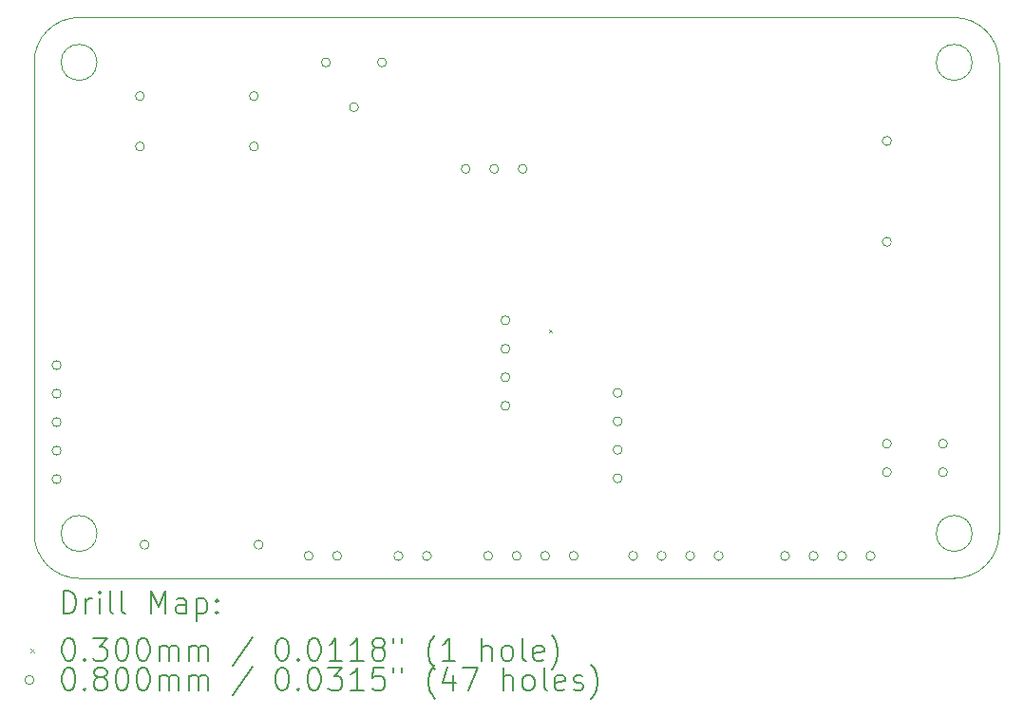
<source format=gbr>
%TF.GenerationSoftware,KiCad,Pcbnew,7.0.11+dfsg-1build4*%
%TF.CreationDate,2024-10-09T07:19:36+02:00*%
%TF.ProjectId,BertheVarioTac-Shema,42657274-6865-4566-9172-696f5461632d,rev?*%
%TF.SameCoordinates,Original*%
%TF.FileFunction,Drillmap*%
%TF.FilePolarity,Positive*%
%FSLAX45Y45*%
G04 Gerber Fmt 4.5, Leading zero omitted, Abs format (unit mm)*
G04 Created by KiCad (PCBNEW 7.0.11+dfsg-1build4) date 2024-10-09 07:19:36*
%MOMM*%
%LPD*%
G01*
G04 APERTURE LIST*
%ADD10C,0.050000*%
%ADD11C,0.200000*%
%ADD12C,0.100000*%
G04 APERTURE END LIST*
D10*
X17400000Y-14200000D02*
G75*
G03*
X17800000Y-13800000I0J400000D01*
G01*
X17560000Y-9600000D02*
G75*
G03*
X17240000Y-9600000I-160000J0D01*
G01*
X17240000Y-9600000D02*
G75*
G03*
X17560000Y-9600000I160000J0D01*
G01*
X17400000Y-14200000D02*
X9600000Y-14200000D01*
X9600000Y-9200000D02*
X17400000Y-9200000D01*
X9760000Y-13800000D02*
G75*
G03*
X9440000Y-13800000I-160000J0D01*
G01*
X9440000Y-13800000D02*
G75*
G03*
X9760000Y-13800000I160000J0D01*
G01*
X9600000Y-9200000D02*
G75*
G03*
X9200000Y-9600000I0J-400000D01*
G01*
X9200000Y-13800000D02*
G75*
G03*
X9600000Y-14200000I400000J0D01*
G01*
X9200000Y-13800000D02*
X9200000Y-9600000D01*
X17800000Y-9600000D02*
G75*
G03*
X17400000Y-9200000I-400000J0D01*
G01*
X9760000Y-9600000D02*
G75*
G03*
X9440000Y-9600000I-160000J0D01*
G01*
X9440000Y-9600000D02*
G75*
G03*
X9760000Y-9600000I160000J0D01*
G01*
X17560000Y-13800000D02*
G75*
G03*
X17240000Y-13800000I-160000J0D01*
G01*
X17240000Y-13800000D02*
G75*
G03*
X17560000Y-13800000I160000J0D01*
G01*
X17800000Y-9600000D02*
X17800000Y-13800000D01*
D11*
D12*
X13788280Y-11980250D02*
X13818280Y-12010250D01*
X13818280Y-11980250D02*
X13788280Y-12010250D01*
X9440000Y-12300000D02*
G75*
G03*
X9360000Y-12300000I-40000J0D01*
G01*
X9360000Y-12300000D02*
G75*
G03*
X9440000Y-12300000I40000J0D01*
G01*
X9440000Y-12554000D02*
G75*
G03*
X9360000Y-12554000I-40000J0D01*
G01*
X9360000Y-12554000D02*
G75*
G03*
X9440000Y-12554000I40000J0D01*
G01*
X9440000Y-12808000D02*
G75*
G03*
X9360000Y-12808000I-40000J0D01*
G01*
X9360000Y-12808000D02*
G75*
G03*
X9440000Y-12808000I40000J0D01*
G01*
X9440000Y-13062000D02*
G75*
G03*
X9360000Y-13062000I-40000J0D01*
G01*
X9360000Y-13062000D02*
G75*
G03*
X9440000Y-13062000I40000J0D01*
G01*
X9440000Y-13316000D02*
G75*
G03*
X9360000Y-13316000I-40000J0D01*
G01*
X9360000Y-13316000D02*
G75*
G03*
X9440000Y-13316000I40000J0D01*
G01*
X10182000Y-9900000D02*
G75*
G03*
X10102000Y-9900000I-40000J0D01*
G01*
X10102000Y-9900000D02*
G75*
G03*
X10182000Y-9900000I40000J0D01*
G01*
X10182000Y-10350000D02*
G75*
G03*
X10102000Y-10350000I-40000J0D01*
G01*
X10102000Y-10350000D02*
G75*
G03*
X10182000Y-10350000I40000J0D01*
G01*
X10224000Y-13900000D02*
G75*
G03*
X10144000Y-13900000I-40000J0D01*
G01*
X10144000Y-13900000D02*
G75*
G03*
X10224000Y-13900000I40000J0D01*
G01*
X11198000Y-9900000D02*
G75*
G03*
X11118000Y-9900000I-40000J0D01*
G01*
X11118000Y-9900000D02*
G75*
G03*
X11198000Y-9900000I40000J0D01*
G01*
X11198000Y-10350000D02*
G75*
G03*
X11118000Y-10350000I-40000J0D01*
G01*
X11118000Y-10350000D02*
G75*
G03*
X11198000Y-10350000I40000J0D01*
G01*
X11240000Y-13900000D02*
G75*
G03*
X11160000Y-13900000I-40000J0D01*
G01*
X11160000Y-13900000D02*
G75*
G03*
X11240000Y-13900000I40000J0D01*
G01*
X11686000Y-14000000D02*
G75*
G03*
X11606000Y-14000000I-40000J0D01*
G01*
X11606000Y-14000000D02*
G75*
G03*
X11686000Y-14000000I40000J0D01*
G01*
X11840000Y-9600000D02*
G75*
G03*
X11760000Y-9600000I-40000J0D01*
G01*
X11760000Y-9600000D02*
G75*
G03*
X11840000Y-9600000I40000J0D01*
G01*
X11940000Y-14000000D02*
G75*
G03*
X11860000Y-14000000I-40000J0D01*
G01*
X11860000Y-14000000D02*
G75*
G03*
X11940000Y-14000000I40000J0D01*
G01*
X12090000Y-10000000D02*
G75*
G03*
X12010000Y-10000000I-40000J0D01*
G01*
X12010000Y-10000000D02*
G75*
G03*
X12090000Y-10000000I40000J0D01*
G01*
X12340000Y-9600000D02*
G75*
G03*
X12260000Y-9600000I-40000J0D01*
G01*
X12260000Y-9600000D02*
G75*
G03*
X12340000Y-9600000I40000J0D01*
G01*
X12486000Y-14000000D02*
G75*
G03*
X12406000Y-14000000I-40000J0D01*
G01*
X12406000Y-14000000D02*
G75*
G03*
X12486000Y-14000000I40000J0D01*
G01*
X12740000Y-14000000D02*
G75*
G03*
X12660000Y-14000000I-40000J0D01*
G01*
X12660000Y-14000000D02*
G75*
G03*
X12740000Y-14000000I40000J0D01*
G01*
X13086000Y-10550000D02*
G75*
G03*
X13006000Y-10550000I-40000J0D01*
G01*
X13006000Y-10550000D02*
G75*
G03*
X13086000Y-10550000I40000J0D01*
G01*
X13286000Y-14000000D02*
G75*
G03*
X13206000Y-14000000I-40000J0D01*
G01*
X13206000Y-14000000D02*
G75*
G03*
X13286000Y-14000000I40000J0D01*
G01*
X13340000Y-10550000D02*
G75*
G03*
X13260000Y-10550000I-40000J0D01*
G01*
X13260000Y-10550000D02*
G75*
G03*
X13340000Y-10550000I40000J0D01*
G01*
X13440000Y-11900000D02*
G75*
G03*
X13360000Y-11900000I-40000J0D01*
G01*
X13360000Y-11900000D02*
G75*
G03*
X13440000Y-11900000I40000J0D01*
G01*
X13440000Y-12154000D02*
G75*
G03*
X13360000Y-12154000I-40000J0D01*
G01*
X13360000Y-12154000D02*
G75*
G03*
X13440000Y-12154000I40000J0D01*
G01*
X13440000Y-12408000D02*
G75*
G03*
X13360000Y-12408000I-40000J0D01*
G01*
X13360000Y-12408000D02*
G75*
G03*
X13440000Y-12408000I40000J0D01*
G01*
X13440000Y-12662000D02*
G75*
G03*
X13360000Y-12662000I-40000J0D01*
G01*
X13360000Y-12662000D02*
G75*
G03*
X13440000Y-12662000I40000J0D01*
G01*
X13540000Y-14000000D02*
G75*
G03*
X13460000Y-14000000I-40000J0D01*
G01*
X13460000Y-14000000D02*
G75*
G03*
X13540000Y-14000000I40000J0D01*
G01*
X13594000Y-10550000D02*
G75*
G03*
X13514000Y-10550000I-40000J0D01*
G01*
X13514000Y-10550000D02*
G75*
G03*
X13594000Y-10550000I40000J0D01*
G01*
X13794000Y-14000000D02*
G75*
G03*
X13714000Y-14000000I-40000J0D01*
G01*
X13714000Y-14000000D02*
G75*
G03*
X13794000Y-14000000I40000J0D01*
G01*
X14048000Y-14000000D02*
G75*
G03*
X13968000Y-14000000I-40000J0D01*
G01*
X13968000Y-14000000D02*
G75*
G03*
X14048000Y-14000000I40000J0D01*
G01*
X14440000Y-12546000D02*
G75*
G03*
X14360000Y-12546000I-40000J0D01*
G01*
X14360000Y-12546000D02*
G75*
G03*
X14440000Y-12546000I40000J0D01*
G01*
X14440000Y-12800000D02*
G75*
G03*
X14360000Y-12800000I-40000J0D01*
G01*
X14360000Y-12800000D02*
G75*
G03*
X14440000Y-12800000I40000J0D01*
G01*
X14440000Y-13054000D02*
G75*
G03*
X14360000Y-13054000I-40000J0D01*
G01*
X14360000Y-13054000D02*
G75*
G03*
X14440000Y-13054000I40000J0D01*
G01*
X14440000Y-13308000D02*
G75*
G03*
X14360000Y-13308000I-40000J0D01*
G01*
X14360000Y-13308000D02*
G75*
G03*
X14440000Y-13308000I40000J0D01*
G01*
X14578000Y-14000000D02*
G75*
G03*
X14498000Y-14000000I-40000J0D01*
G01*
X14498000Y-14000000D02*
G75*
G03*
X14578000Y-14000000I40000J0D01*
G01*
X14832000Y-14000000D02*
G75*
G03*
X14752000Y-14000000I-40000J0D01*
G01*
X14752000Y-14000000D02*
G75*
G03*
X14832000Y-14000000I40000J0D01*
G01*
X15086000Y-14000000D02*
G75*
G03*
X15006000Y-14000000I-40000J0D01*
G01*
X15006000Y-14000000D02*
G75*
G03*
X15086000Y-14000000I40000J0D01*
G01*
X15340000Y-14000000D02*
G75*
G03*
X15260000Y-14000000I-40000J0D01*
G01*
X15260000Y-14000000D02*
G75*
G03*
X15340000Y-14000000I40000J0D01*
G01*
X15932000Y-14000000D02*
G75*
G03*
X15852000Y-14000000I-40000J0D01*
G01*
X15852000Y-14000000D02*
G75*
G03*
X15932000Y-14000000I40000J0D01*
G01*
X16186000Y-14000000D02*
G75*
G03*
X16106000Y-14000000I-40000J0D01*
G01*
X16106000Y-14000000D02*
G75*
G03*
X16186000Y-14000000I40000J0D01*
G01*
X16440000Y-14000000D02*
G75*
G03*
X16360000Y-14000000I-40000J0D01*
G01*
X16360000Y-14000000D02*
G75*
G03*
X16440000Y-14000000I40000J0D01*
G01*
X16694000Y-14000000D02*
G75*
G03*
X16614000Y-14000000I-40000J0D01*
G01*
X16614000Y-14000000D02*
G75*
G03*
X16694000Y-14000000I40000J0D01*
G01*
X16840000Y-10300000D02*
G75*
G03*
X16760000Y-10300000I-40000J0D01*
G01*
X16760000Y-10300000D02*
G75*
G03*
X16840000Y-10300000I40000J0D01*
G01*
X16840000Y-11200000D02*
G75*
G03*
X16760000Y-11200000I-40000J0D01*
G01*
X16760000Y-11200000D02*
G75*
G03*
X16840000Y-11200000I40000J0D01*
G01*
X16840000Y-13000000D02*
G75*
G03*
X16760000Y-13000000I-40000J0D01*
G01*
X16760000Y-13000000D02*
G75*
G03*
X16840000Y-13000000I40000J0D01*
G01*
X16840000Y-13254000D02*
G75*
G03*
X16760000Y-13254000I-40000J0D01*
G01*
X16760000Y-13254000D02*
G75*
G03*
X16840000Y-13254000I40000J0D01*
G01*
X17340000Y-13000000D02*
G75*
G03*
X17260000Y-13000000I-40000J0D01*
G01*
X17260000Y-13000000D02*
G75*
G03*
X17340000Y-13000000I40000J0D01*
G01*
X17340000Y-13254000D02*
G75*
G03*
X17260000Y-13254000I-40000J0D01*
G01*
X17260000Y-13254000D02*
G75*
G03*
X17340000Y-13254000I40000J0D01*
G01*
D11*
X9458277Y-14513984D02*
X9458277Y-14313984D01*
X9458277Y-14313984D02*
X9505896Y-14313984D01*
X9505896Y-14313984D02*
X9534467Y-14323508D01*
X9534467Y-14323508D02*
X9553515Y-14342555D01*
X9553515Y-14342555D02*
X9563039Y-14361603D01*
X9563039Y-14361603D02*
X9572563Y-14399698D01*
X9572563Y-14399698D02*
X9572563Y-14428269D01*
X9572563Y-14428269D02*
X9563039Y-14466365D01*
X9563039Y-14466365D02*
X9553515Y-14485412D01*
X9553515Y-14485412D02*
X9534467Y-14504460D01*
X9534467Y-14504460D02*
X9505896Y-14513984D01*
X9505896Y-14513984D02*
X9458277Y-14513984D01*
X9658277Y-14513984D02*
X9658277Y-14380650D01*
X9658277Y-14418746D02*
X9667801Y-14399698D01*
X9667801Y-14399698D02*
X9677324Y-14390174D01*
X9677324Y-14390174D02*
X9696372Y-14380650D01*
X9696372Y-14380650D02*
X9715420Y-14380650D01*
X9782086Y-14513984D02*
X9782086Y-14380650D01*
X9782086Y-14313984D02*
X9772563Y-14323508D01*
X9772563Y-14323508D02*
X9782086Y-14333031D01*
X9782086Y-14333031D02*
X9791610Y-14323508D01*
X9791610Y-14323508D02*
X9782086Y-14313984D01*
X9782086Y-14313984D02*
X9782086Y-14333031D01*
X9905896Y-14513984D02*
X9886848Y-14504460D01*
X9886848Y-14504460D02*
X9877324Y-14485412D01*
X9877324Y-14485412D02*
X9877324Y-14313984D01*
X10010658Y-14513984D02*
X9991610Y-14504460D01*
X9991610Y-14504460D02*
X9982086Y-14485412D01*
X9982086Y-14485412D02*
X9982086Y-14313984D01*
X10239229Y-14513984D02*
X10239229Y-14313984D01*
X10239229Y-14313984D02*
X10305896Y-14456841D01*
X10305896Y-14456841D02*
X10372563Y-14313984D01*
X10372563Y-14313984D02*
X10372563Y-14513984D01*
X10553515Y-14513984D02*
X10553515Y-14409222D01*
X10553515Y-14409222D02*
X10543991Y-14390174D01*
X10543991Y-14390174D02*
X10524944Y-14380650D01*
X10524944Y-14380650D02*
X10486848Y-14380650D01*
X10486848Y-14380650D02*
X10467801Y-14390174D01*
X10553515Y-14504460D02*
X10534467Y-14513984D01*
X10534467Y-14513984D02*
X10486848Y-14513984D01*
X10486848Y-14513984D02*
X10467801Y-14504460D01*
X10467801Y-14504460D02*
X10458277Y-14485412D01*
X10458277Y-14485412D02*
X10458277Y-14466365D01*
X10458277Y-14466365D02*
X10467801Y-14447317D01*
X10467801Y-14447317D02*
X10486848Y-14437793D01*
X10486848Y-14437793D02*
X10534467Y-14437793D01*
X10534467Y-14437793D02*
X10553515Y-14428269D01*
X10648753Y-14380650D02*
X10648753Y-14580650D01*
X10648753Y-14390174D02*
X10667801Y-14380650D01*
X10667801Y-14380650D02*
X10705896Y-14380650D01*
X10705896Y-14380650D02*
X10724944Y-14390174D01*
X10724944Y-14390174D02*
X10734467Y-14399698D01*
X10734467Y-14399698D02*
X10743991Y-14418746D01*
X10743991Y-14418746D02*
X10743991Y-14475888D01*
X10743991Y-14475888D02*
X10734467Y-14494936D01*
X10734467Y-14494936D02*
X10724944Y-14504460D01*
X10724944Y-14504460D02*
X10705896Y-14513984D01*
X10705896Y-14513984D02*
X10667801Y-14513984D01*
X10667801Y-14513984D02*
X10648753Y-14504460D01*
X10829705Y-14494936D02*
X10839229Y-14504460D01*
X10839229Y-14504460D02*
X10829705Y-14513984D01*
X10829705Y-14513984D02*
X10820182Y-14504460D01*
X10820182Y-14504460D02*
X10829705Y-14494936D01*
X10829705Y-14494936D02*
X10829705Y-14513984D01*
X10829705Y-14390174D02*
X10839229Y-14399698D01*
X10839229Y-14399698D02*
X10829705Y-14409222D01*
X10829705Y-14409222D02*
X10820182Y-14399698D01*
X10820182Y-14399698D02*
X10829705Y-14390174D01*
X10829705Y-14390174D02*
X10829705Y-14409222D01*
D12*
X9167500Y-14827500D02*
X9197500Y-14857500D01*
X9197500Y-14827500D02*
X9167500Y-14857500D01*
D11*
X9496372Y-14733984D02*
X9515420Y-14733984D01*
X9515420Y-14733984D02*
X9534467Y-14743508D01*
X9534467Y-14743508D02*
X9543991Y-14753031D01*
X9543991Y-14753031D02*
X9553515Y-14772079D01*
X9553515Y-14772079D02*
X9563039Y-14810174D01*
X9563039Y-14810174D02*
X9563039Y-14857793D01*
X9563039Y-14857793D02*
X9553515Y-14895888D01*
X9553515Y-14895888D02*
X9543991Y-14914936D01*
X9543991Y-14914936D02*
X9534467Y-14924460D01*
X9534467Y-14924460D02*
X9515420Y-14933984D01*
X9515420Y-14933984D02*
X9496372Y-14933984D01*
X9496372Y-14933984D02*
X9477324Y-14924460D01*
X9477324Y-14924460D02*
X9467801Y-14914936D01*
X9467801Y-14914936D02*
X9458277Y-14895888D01*
X9458277Y-14895888D02*
X9448753Y-14857793D01*
X9448753Y-14857793D02*
X9448753Y-14810174D01*
X9448753Y-14810174D02*
X9458277Y-14772079D01*
X9458277Y-14772079D02*
X9467801Y-14753031D01*
X9467801Y-14753031D02*
X9477324Y-14743508D01*
X9477324Y-14743508D02*
X9496372Y-14733984D01*
X9648753Y-14914936D02*
X9658277Y-14924460D01*
X9658277Y-14924460D02*
X9648753Y-14933984D01*
X9648753Y-14933984D02*
X9639229Y-14924460D01*
X9639229Y-14924460D02*
X9648753Y-14914936D01*
X9648753Y-14914936D02*
X9648753Y-14933984D01*
X9724944Y-14733984D02*
X9848753Y-14733984D01*
X9848753Y-14733984D02*
X9782086Y-14810174D01*
X9782086Y-14810174D02*
X9810658Y-14810174D01*
X9810658Y-14810174D02*
X9829705Y-14819698D01*
X9829705Y-14819698D02*
X9839229Y-14829222D01*
X9839229Y-14829222D02*
X9848753Y-14848269D01*
X9848753Y-14848269D02*
X9848753Y-14895888D01*
X9848753Y-14895888D02*
X9839229Y-14914936D01*
X9839229Y-14914936D02*
X9829705Y-14924460D01*
X9829705Y-14924460D02*
X9810658Y-14933984D01*
X9810658Y-14933984D02*
X9753515Y-14933984D01*
X9753515Y-14933984D02*
X9734467Y-14924460D01*
X9734467Y-14924460D02*
X9724944Y-14914936D01*
X9972563Y-14733984D02*
X9991610Y-14733984D01*
X9991610Y-14733984D02*
X10010658Y-14743508D01*
X10010658Y-14743508D02*
X10020182Y-14753031D01*
X10020182Y-14753031D02*
X10029705Y-14772079D01*
X10029705Y-14772079D02*
X10039229Y-14810174D01*
X10039229Y-14810174D02*
X10039229Y-14857793D01*
X10039229Y-14857793D02*
X10029705Y-14895888D01*
X10029705Y-14895888D02*
X10020182Y-14914936D01*
X10020182Y-14914936D02*
X10010658Y-14924460D01*
X10010658Y-14924460D02*
X9991610Y-14933984D01*
X9991610Y-14933984D02*
X9972563Y-14933984D01*
X9972563Y-14933984D02*
X9953515Y-14924460D01*
X9953515Y-14924460D02*
X9943991Y-14914936D01*
X9943991Y-14914936D02*
X9934467Y-14895888D01*
X9934467Y-14895888D02*
X9924944Y-14857793D01*
X9924944Y-14857793D02*
X9924944Y-14810174D01*
X9924944Y-14810174D02*
X9934467Y-14772079D01*
X9934467Y-14772079D02*
X9943991Y-14753031D01*
X9943991Y-14753031D02*
X9953515Y-14743508D01*
X9953515Y-14743508D02*
X9972563Y-14733984D01*
X10163039Y-14733984D02*
X10182086Y-14733984D01*
X10182086Y-14733984D02*
X10201134Y-14743508D01*
X10201134Y-14743508D02*
X10210658Y-14753031D01*
X10210658Y-14753031D02*
X10220182Y-14772079D01*
X10220182Y-14772079D02*
X10229705Y-14810174D01*
X10229705Y-14810174D02*
X10229705Y-14857793D01*
X10229705Y-14857793D02*
X10220182Y-14895888D01*
X10220182Y-14895888D02*
X10210658Y-14914936D01*
X10210658Y-14914936D02*
X10201134Y-14924460D01*
X10201134Y-14924460D02*
X10182086Y-14933984D01*
X10182086Y-14933984D02*
X10163039Y-14933984D01*
X10163039Y-14933984D02*
X10143991Y-14924460D01*
X10143991Y-14924460D02*
X10134467Y-14914936D01*
X10134467Y-14914936D02*
X10124944Y-14895888D01*
X10124944Y-14895888D02*
X10115420Y-14857793D01*
X10115420Y-14857793D02*
X10115420Y-14810174D01*
X10115420Y-14810174D02*
X10124944Y-14772079D01*
X10124944Y-14772079D02*
X10134467Y-14753031D01*
X10134467Y-14753031D02*
X10143991Y-14743508D01*
X10143991Y-14743508D02*
X10163039Y-14733984D01*
X10315420Y-14933984D02*
X10315420Y-14800650D01*
X10315420Y-14819698D02*
X10324944Y-14810174D01*
X10324944Y-14810174D02*
X10343991Y-14800650D01*
X10343991Y-14800650D02*
X10372563Y-14800650D01*
X10372563Y-14800650D02*
X10391610Y-14810174D01*
X10391610Y-14810174D02*
X10401134Y-14829222D01*
X10401134Y-14829222D02*
X10401134Y-14933984D01*
X10401134Y-14829222D02*
X10410658Y-14810174D01*
X10410658Y-14810174D02*
X10429705Y-14800650D01*
X10429705Y-14800650D02*
X10458277Y-14800650D01*
X10458277Y-14800650D02*
X10477325Y-14810174D01*
X10477325Y-14810174D02*
X10486848Y-14829222D01*
X10486848Y-14829222D02*
X10486848Y-14933984D01*
X10582086Y-14933984D02*
X10582086Y-14800650D01*
X10582086Y-14819698D02*
X10591610Y-14810174D01*
X10591610Y-14810174D02*
X10610658Y-14800650D01*
X10610658Y-14800650D02*
X10639229Y-14800650D01*
X10639229Y-14800650D02*
X10658277Y-14810174D01*
X10658277Y-14810174D02*
X10667801Y-14829222D01*
X10667801Y-14829222D02*
X10667801Y-14933984D01*
X10667801Y-14829222D02*
X10677325Y-14810174D01*
X10677325Y-14810174D02*
X10696372Y-14800650D01*
X10696372Y-14800650D02*
X10724944Y-14800650D01*
X10724944Y-14800650D02*
X10743991Y-14810174D01*
X10743991Y-14810174D02*
X10753515Y-14829222D01*
X10753515Y-14829222D02*
X10753515Y-14933984D01*
X11143991Y-14724460D02*
X10972563Y-14981603D01*
X11401134Y-14733984D02*
X11420182Y-14733984D01*
X11420182Y-14733984D02*
X11439229Y-14743508D01*
X11439229Y-14743508D02*
X11448753Y-14753031D01*
X11448753Y-14753031D02*
X11458277Y-14772079D01*
X11458277Y-14772079D02*
X11467801Y-14810174D01*
X11467801Y-14810174D02*
X11467801Y-14857793D01*
X11467801Y-14857793D02*
X11458277Y-14895888D01*
X11458277Y-14895888D02*
X11448753Y-14914936D01*
X11448753Y-14914936D02*
X11439229Y-14924460D01*
X11439229Y-14924460D02*
X11420182Y-14933984D01*
X11420182Y-14933984D02*
X11401134Y-14933984D01*
X11401134Y-14933984D02*
X11382086Y-14924460D01*
X11382086Y-14924460D02*
X11372563Y-14914936D01*
X11372563Y-14914936D02*
X11363039Y-14895888D01*
X11363039Y-14895888D02*
X11353515Y-14857793D01*
X11353515Y-14857793D02*
X11353515Y-14810174D01*
X11353515Y-14810174D02*
X11363039Y-14772079D01*
X11363039Y-14772079D02*
X11372563Y-14753031D01*
X11372563Y-14753031D02*
X11382086Y-14743508D01*
X11382086Y-14743508D02*
X11401134Y-14733984D01*
X11553515Y-14914936D02*
X11563039Y-14924460D01*
X11563039Y-14924460D02*
X11553515Y-14933984D01*
X11553515Y-14933984D02*
X11543991Y-14924460D01*
X11543991Y-14924460D02*
X11553515Y-14914936D01*
X11553515Y-14914936D02*
X11553515Y-14933984D01*
X11686848Y-14733984D02*
X11705896Y-14733984D01*
X11705896Y-14733984D02*
X11724944Y-14743508D01*
X11724944Y-14743508D02*
X11734467Y-14753031D01*
X11734467Y-14753031D02*
X11743991Y-14772079D01*
X11743991Y-14772079D02*
X11753515Y-14810174D01*
X11753515Y-14810174D02*
X11753515Y-14857793D01*
X11753515Y-14857793D02*
X11743991Y-14895888D01*
X11743991Y-14895888D02*
X11734467Y-14914936D01*
X11734467Y-14914936D02*
X11724944Y-14924460D01*
X11724944Y-14924460D02*
X11705896Y-14933984D01*
X11705896Y-14933984D02*
X11686848Y-14933984D01*
X11686848Y-14933984D02*
X11667801Y-14924460D01*
X11667801Y-14924460D02*
X11658277Y-14914936D01*
X11658277Y-14914936D02*
X11648753Y-14895888D01*
X11648753Y-14895888D02*
X11639229Y-14857793D01*
X11639229Y-14857793D02*
X11639229Y-14810174D01*
X11639229Y-14810174D02*
X11648753Y-14772079D01*
X11648753Y-14772079D02*
X11658277Y-14753031D01*
X11658277Y-14753031D02*
X11667801Y-14743508D01*
X11667801Y-14743508D02*
X11686848Y-14733984D01*
X11943991Y-14933984D02*
X11829706Y-14933984D01*
X11886848Y-14933984D02*
X11886848Y-14733984D01*
X11886848Y-14733984D02*
X11867801Y-14762555D01*
X11867801Y-14762555D02*
X11848753Y-14781603D01*
X11848753Y-14781603D02*
X11829706Y-14791127D01*
X12134467Y-14933984D02*
X12020182Y-14933984D01*
X12077325Y-14933984D02*
X12077325Y-14733984D01*
X12077325Y-14733984D02*
X12058277Y-14762555D01*
X12058277Y-14762555D02*
X12039229Y-14781603D01*
X12039229Y-14781603D02*
X12020182Y-14791127D01*
X12248753Y-14819698D02*
X12229706Y-14810174D01*
X12229706Y-14810174D02*
X12220182Y-14800650D01*
X12220182Y-14800650D02*
X12210658Y-14781603D01*
X12210658Y-14781603D02*
X12210658Y-14772079D01*
X12210658Y-14772079D02*
X12220182Y-14753031D01*
X12220182Y-14753031D02*
X12229706Y-14743508D01*
X12229706Y-14743508D02*
X12248753Y-14733984D01*
X12248753Y-14733984D02*
X12286848Y-14733984D01*
X12286848Y-14733984D02*
X12305896Y-14743508D01*
X12305896Y-14743508D02*
X12315420Y-14753031D01*
X12315420Y-14753031D02*
X12324944Y-14772079D01*
X12324944Y-14772079D02*
X12324944Y-14781603D01*
X12324944Y-14781603D02*
X12315420Y-14800650D01*
X12315420Y-14800650D02*
X12305896Y-14810174D01*
X12305896Y-14810174D02*
X12286848Y-14819698D01*
X12286848Y-14819698D02*
X12248753Y-14819698D01*
X12248753Y-14819698D02*
X12229706Y-14829222D01*
X12229706Y-14829222D02*
X12220182Y-14838746D01*
X12220182Y-14838746D02*
X12210658Y-14857793D01*
X12210658Y-14857793D02*
X12210658Y-14895888D01*
X12210658Y-14895888D02*
X12220182Y-14914936D01*
X12220182Y-14914936D02*
X12229706Y-14924460D01*
X12229706Y-14924460D02*
X12248753Y-14933984D01*
X12248753Y-14933984D02*
X12286848Y-14933984D01*
X12286848Y-14933984D02*
X12305896Y-14924460D01*
X12305896Y-14924460D02*
X12315420Y-14914936D01*
X12315420Y-14914936D02*
X12324944Y-14895888D01*
X12324944Y-14895888D02*
X12324944Y-14857793D01*
X12324944Y-14857793D02*
X12315420Y-14838746D01*
X12315420Y-14838746D02*
X12305896Y-14829222D01*
X12305896Y-14829222D02*
X12286848Y-14819698D01*
X12401134Y-14733984D02*
X12401134Y-14772079D01*
X12477325Y-14733984D02*
X12477325Y-14772079D01*
X12772563Y-15010174D02*
X12763039Y-15000650D01*
X12763039Y-15000650D02*
X12743991Y-14972079D01*
X12743991Y-14972079D02*
X12734468Y-14953031D01*
X12734468Y-14953031D02*
X12724944Y-14924460D01*
X12724944Y-14924460D02*
X12715420Y-14876841D01*
X12715420Y-14876841D02*
X12715420Y-14838746D01*
X12715420Y-14838746D02*
X12724944Y-14791127D01*
X12724944Y-14791127D02*
X12734468Y-14762555D01*
X12734468Y-14762555D02*
X12743991Y-14743508D01*
X12743991Y-14743508D02*
X12763039Y-14714936D01*
X12763039Y-14714936D02*
X12772563Y-14705412D01*
X12953515Y-14933984D02*
X12839229Y-14933984D01*
X12896372Y-14933984D02*
X12896372Y-14733984D01*
X12896372Y-14733984D02*
X12877325Y-14762555D01*
X12877325Y-14762555D02*
X12858277Y-14781603D01*
X12858277Y-14781603D02*
X12839229Y-14791127D01*
X13191610Y-14933984D02*
X13191610Y-14733984D01*
X13277325Y-14933984D02*
X13277325Y-14829222D01*
X13277325Y-14829222D02*
X13267801Y-14810174D01*
X13267801Y-14810174D02*
X13248753Y-14800650D01*
X13248753Y-14800650D02*
X13220182Y-14800650D01*
X13220182Y-14800650D02*
X13201134Y-14810174D01*
X13201134Y-14810174D02*
X13191610Y-14819698D01*
X13401134Y-14933984D02*
X13382087Y-14924460D01*
X13382087Y-14924460D02*
X13372563Y-14914936D01*
X13372563Y-14914936D02*
X13363039Y-14895888D01*
X13363039Y-14895888D02*
X13363039Y-14838746D01*
X13363039Y-14838746D02*
X13372563Y-14819698D01*
X13372563Y-14819698D02*
X13382087Y-14810174D01*
X13382087Y-14810174D02*
X13401134Y-14800650D01*
X13401134Y-14800650D02*
X13429706Y-14800650D01*
X13429706Y-14800650D02*
X13448753Y-14810174D01*
X13448753Y-14810174D02*
X13458277Y-14819698D01*
X13458277Y-14819698D02*
X13467801Y-14838746D01*
X13467801Y-14838746D02*
X13467801Y-14895888D01*
X13467801Y-14895888D02*
X13458277Y-14914936D01*
X13458277Y-14914936D02*
X13448753Y-14924460D01*
X13448753Y-14924460D02*
X13429706Y-14933984D01*
X13429706Y-14933984D02*
X13401134Y-14933984D01*
X13582087Y-14933984D02*
X13563039Y-14924460D01*
X13563039Y-14924460D02*
X13553515Y-14905412D01*
X13553515Y-14905412D02*
X13553515Y-14733984D01*
X13734468Y-14924460D02*
X13715420Y-14933984D01*
X13715420Y-14933984D02*
X13677325Y-14933984D01*
X13677325Y-14933984D02*
X13658277Y-14924460D01*
X13658277Y-14924460D02*
X13648753Y-14905412D01*
X13648753Y-14905412D02*
X13648753Y-14829222D01*
X13648753Y-14829222D02*
X13658277Y-14810174D01*
X13658277Y-14810174D02*
X13677325Y-14800650D01*
X13677325Y-14800650D02*
X13715420Y-14800650D01*
X13715420Y-14800650D02*
X13734468Y-14810174D01*
X13734468Y-14810174D02*
X13743991Y-14829222D01*
X13743991Y-14829222D02*
X13743991Y-14848269D01*
X13743991Y-14848269D02*
X13648753Y-14867317D01*
X13810658Y-15010174D02*
X13820182Y-15000650D01*
X13820182Y-15000650D02*
X13839230Y-14972079D01*
X13839230Y-14972079D02*
X13848753Y-14953031D01*
X13848753Y-14953031D02*
X13858277Y-14924460D01*
X13858277Y-14924460D02*
X13867801Y-14876841D01*
X13867801Y-14876841D02*
X13867801Y-14838746D01*
X13867801Y-14838746D02*
X13858277Y-14791127D01*
X13858277Y-14791127D02*
X13848753Y-14762555D01*
X13848753Y-14762555D02*
X13839230Y-14743508D01*
X13839230Y-14743508D02*
X13820182Y-14714936D01*
X13820182Y-14714936D02*
X13810658Y-14705412D01*
D12*
X9197500Y-15106500D02*
G75*
G03*
X9117500Y-15106500I-40000J0D01*
G01*
X9117500Y-15106500D02*
G75*
G03*
X9197500Y-15106500I40000J0D01*
G01*
D11*
X9496372Y-14997984D02*
X9515420Y-14997984D01*
X9515420Y-14997984D02*
X9534467Y-15007508D01*
X9534467Y-15007508D02*
X9543991Y-15017031D01*
X9543991Y-15017031D02*
X9553515Y-15036079D01*
X9553515Y-15036079D02*
X9563039Y-15074174D01*
X9563039Y-15074174D02*
X9563039Y-15121793D01*
X9563039Y-15121793D02*
X9553515Y-15159888D01*
X9553515Y-15159888D02*
X9543991Y-15178936D01*
X9543991Y-15178936D02*
X9534467Y-15188460D01*
X9534467Y-15188460D02*
X9515420Y-15197984D01*
X9515420Y-15197984D02*
X9496372Y-15197984D01*
X9496372Y-15197984D02*
X9477324Y-15188460D01*
X9477324Y-15188460D02*
X9467801Y-15178936D01*
X9467801Y-15178936D02*
X9458277Y-15159888D01*
X9458277Y-15159888D02*
X9448753Y-15121793D01*
X9448753Y-15121793D02*
X9448753Y-15074174D01*
X9448753Y-15074174D02*
X9458277Y-15036079D01*
X9458277Y-15036079D02*
X9467801Y-15017031D01*
X9467801Y-15017031D02*
X9477324Y-15007508D01*
X9477324Y-15007508D02*
X9496372Y-14997984D01*
X9648753Y-15178936D02*
X9658277Y-15188460D01*
X9658277Y-15188460D02*
X9648753Y-15197984D01*
X9648753Y-15197984D02*
X9639229Y-15188460D01*
X9639229Y-15188460D02*
X9648753Y-15178936D01*
X9648753Y-15178936D02*
X9648753Y-15197984D01*
X9772563Y-15083698D02*
X9753515Y-15074174D01*
X9753515Y-15074174D02*
X9743991Y-15064650D01*
X9743991Y-15064650D02*
X9734467Y-15045603D01*
X9734467Y-15045603D02*
X9734467Y-15036079D01*
X9734467Y-15036079D02*
X9743991Y-15017031D01*
X9743991Y-15017031D02*
X9753515Y-15007508D01*
X9753515Y-15007508D02*
X9772563Y-14997984D01*
X9772563Y-14997984D02*
X9810658Y-14997984D01*
X9810658Y-14997984D02*
X9829705Y-15007508D01*
X9829705Y-15007508D02*
X9839229Y-15017031D01*
X9839229Y-15017031D02*
X9848753Y-15036079D01*
X9848753Y-15036079D02*
X9848753Y-15045603D01*
X9848753Y-15045603D02*
X9839229Y-15064650D01*
X9839229Y-15064650D02*
X9829705Y-15074174D01*
X9829705Y-15074174D02*
X9810658Y-15083698D01*
X9810658Y-15083698D02*
X9772563Y-15083698D01*
X9772563Y-15083698D02*
X9753515Y-15093222D01*
X9753515Y-15093222D02*
X9743991Y-15102746D01*
X9743991Y-15102746D02*
X9734467Y-15121793D01*
X9734467Y-15121793D02*
X9734467Y-15159888D01*
X9734467Y-15159888D02*
X9743991Y-15178936D01*
X9743991Y-15178936D02*
X9753515Y-15188460D01*
X9753515Y-15188460D02*
X9772563Y-15197984D01*
X9772563Y-15197984D02*
X9810658Y-15197984D01*
X9810658Y-15197984D02*
X9829705Y-15188460D01*
X9829705Y-15188460D02*
X9839229Y-15178936D01*
X9839229Y-15178936D02*
X9848753Y-15159888D01*
X9848753Y-15159888D02*
X9848753Y-15121793D01*
X9848753Y-15121793D02*
X9839229Y-15102746D01*
X9839229Y-15102746D02*
X9829705Y-15093222D01*
X9829705Y-15093222D02*
X9810658Y-15083698D01*
X9972563Y-14997984D02*
X9991610Y-14997984D01*
X9991610Y-14997984D02*
X10010658Y-15007508D01*
X10010658Y-15007508D02*
X10020182Y-15017031D01*
X10020182Y-15017031D02*
X10029705Y-15036079D01*
X10029705Y-15036079D02*
X10039229Y-15074174D01*
X10039229Y-15074174D02*
X10039229Y-15121793D01*
X10039229Y-15121793D02*
X10029705Y-15159888D01*
X10029705Y-15159888D02*
X10020182Y-15178936D01*
X10020182Y-15178936D02*
X10010658Y-15188460D01*
X10010658Y-15188460D02*
X9991610Y-15197984D01*
X9991610Y-15197984D02*
X9972563Y-15197984D01*
X9972563Y-15197984D02*
X9953515Y-15188460D01*
X9953515Y-15188460D02*
X9943991Y-15178936D01*
X9943991Y-15178936D02*
X9934467Y-15159888D01*
X9934467Y-15159888D02*
X9924944Y-15121793D01*
X9924944Y-15121793D02*
X9924944Y-15074174D01*
X9924944Y-15074174D02*
X9934467Y-15036079D01*
X9934467Y-15036079D02*
X9943991Y-15017031D01*
X9943991Y-15017031D02*
X9953515Y-15007508D01*
X9953515Y-15007508D02*
X9972563Y-14997984D01*
X10163039Y-14997984D02*
X10182086Y-14997984D01*
X10182086Y-14997984D02*
X10201134Y-15007508D01*
X10201134Y-15007508D02*
X10210658Y-15017031D01*
X10210658Y-15017031D02*
X10220182Y-15036079D01*
X10220182Y-15036079D02*
X10229705Y-15074174D01*
X10229705Y-15074174D02*
X10229705Y-15121793D01*
X10229705Y-15121793D02*
X10220182Y-15159888D01*
X10220182Y-15159888D02*
X10210658Y-15178936D01*
X10210658Y-15178936D02*
X10201134Y-15188460D01*
X10201134Y-15188460D02*
X10182086Y-15197984D01*
X10182086Y-15197984D02*
X10163039Y-15197984D01*
X10163039Y-15197984D02*
X10143991Y-15188460D01*
X10143991Y-15188460D02*
X10134467Y-15178936D01*
X10134467Y-15178936D02*
X10124944Y-15159888D01*
X10124944Y-15159888D02*
X10115420Y-15121793D01*
X10115420Y-15121793D02*
X10115420Y-15074174D01*
X10115420Y-15074174D02*
X10124944Y-15036079D01*
X10124944Y-15036079D02*
X10134467Y-15017031D01*
X10134467Y-15017031D02*
X10143991Y-15007508D01*
X10143991Y-15007508D02*
X10163039Y-14997984D01*
X10315420Y-15197984D02*
X10315420Y-15064650D01*
X10315420Y-15083698D02*
X10324944Y-15074174D01*
X10324944Y-15074174D02*
X10343991Y-15064650D01*
X10343991Y-15064650D02*
X10372563Y-15064650D01*
X10372563Y-15064650D02*
X10391610Y-15074174D01*
X10391610Y-15074174D02*
X10401134Y-15093222D01*
X10401134Y-15093222D02*
X10401134Y-15197984D01*
X10401134Y-15093222D02*
X10410658Y-15074174D01*
X10410658Y-15074174D02*
X10429705Y-15064650D01*
X10429705Y-15064650D02*
X10458277Y-15064650D01*
X10458277Y-15064650D02*
X10477325Y-15074174D01*
X10477325Y-15074174D02*
X10486848Y-15093222D01*
X10486848Y-15093222D02*
X10486848Y-15197984D01*
X10582086Y-15197984D02*
X10582086Y-15064650D01*
X10582086Y-15083698D02*
X10591610Y-15074174D01*
X10591610Y-15074174D02*
X10610658Y-15064650D01*
X10610658Y-15064650D02*
X10639229Y-15064650D01*
X10639229Y-15064650D02*
X10658277Y-15074174D01*
X10658277Y-15074174D02*
X10667801Y-15093222D01*
X10667801Y-15093222D02*
X10667801Y-15197984D01*
X10667801Y-15093222D02*
X10677325Y-15074174D01*
X10677325Y-15074174D02*
X10696372Y-15064650D01*
X10696372Y-15064650D02*
X10724944Y-15064650D01*
X10724944Y-15064650D02*
X10743991Y-15074174D01*
X10743991Y-15074174D02*
X10753515Y-15093222D01*
X10753515Y-15093222D02*
X10753515Y-15197984D01*
X11143991Y-14988460D02*
X10972563Y-15245603D01*
X11401134Y-14997984D02*
X11420182Y-14997984D01*
X11420182Y-14997984D02*
X11439229Y-15007508D01*
X11439229Y-15007508D02*
X11448753Y-15017031D01*
X11448753Y-15017031D02*
X11458277Y-15036079D01*
X11458277Y-15036079D02*
X11467801Y-15074174D01*
X11467801Y-15074174D02*
X11467801Y-15121793D01*
X11467801Y-15121793D02*
X11458277Y-15159888D01*
X11458277Y-15159888D02*
X11448753Y-15178936D01*
X11448753Y-15178936D02*
X11439229Y-15188460D01*
X11439229Y-15188460D02*
X11420182Y-15197984D01*
X11420182Y-15197984D02*
X11401134Y-15197984D01*
X11401134Y-15197984D02*
X11382086Y-15188460D01*
X11382086Y-15188460D02*
X11372563Y-15178936D01*
X11372563Y-15178936D02*
X11363039Y-15159888D01*
X11363039Y-15159888D02*
X11353515Y-15121793D01*
X11353515Y-15121793D02*
X11353515Y-15074174D01*
X11353515Y-15074174D02*
X11363039Y-15036079D01*
X11363039Y-15036079D02*
X11372563Y-15017031D01*
X11372563Y-15017031D02*
X11382086Y-15007508D01*
X11382086Y-15007508D02*
X11401134Y-14997984D01*
X11553515Y-15178936D02*
X11563039Y-15188460D01*
X11563039Y-15188460D02*
X11553515Y-15197984D01*
X11553515Y-15197984D02*
X11543991Y-15188460D01*
X11543991Y-15188460D02*
X11553515Y-15178936D01*
X11553515Y-15178936D02*
X11553515Y-15197984D01*
X11686848Y-14997984D02*
X11705896Y-14997984D01*
X11705896Y-14997984D02*
X11724944Y-15007508D01*
X11724944Y-15007508D02*
X11734467Y-15017031D01*
X11734467Y-15017031D02*
X11743991Y-15036079D01*
X11743991Y-15036079D02*
X11753515Y-15074174D01*
X11753515Y-15074174D02*
X11753515Y-15121793D01*
X11753515Y-15121793D02*
X11743991Y-15159888D01*
X11743991Y-15159888D02*
X11734467Y-15178936D01*
X11734467Y-15178936D02*
X11724944Y-15188460D01*
X11724944Y-15188460D02*
X11705896Y-15197984D01*
X11705896Y-15197984D02*
X11686848Y-15197984D01*
X11686848Y-15197984D02*
X11667801Y-15188460D01*
X11667801Y-15188460D02*
X11658277Y-15178936D01*
X11658277Y-15178936D02*
X11648753Y-15159888D01*
X11648753Y-15159888D02*
X11639229Y-15121793D01*
X11639229Y-15121793D02*
X11639229Y-15074174D01*
X11639229Y-15074174D02*
X11648753Y-15036079D01*
X11648753Y-15036079D02*
X11658277Y-15017031D01*
X11658277Y-15017031D02*
X11667801Y-15007508D01*
X11667801Y-15007508D02*
X11686848Y-14997984D01*
X11820182Y-14997984D02*
X11943991Y-14997984D01*
X11943991Y-14997984D02*
X11877325Y-15074174D01*
X11877325Y-15074174D02*
X11905896Y-15074174D01*
X11905896Y-15074174D02*
X11924944Y-15083698D01*
X11924944Y-15083698D02*
X11934467Y-15093222D01*
X11934467Y-15093222D02*
X11943991Y-15112269D01*
X11943991Y-15112269D02*
X11943991Y-15159888D01*
X11943991Y-15159888D02*
X11934467Y-15178936D01*
X11934467Y-15178936D02*
X11924944Y-15188460D01*
X11924944Y-15188460D02*
X11905896Y-15197984D01*
X11905896Y-15197984D02*
X11848753Y-15197984D01*
X11848753Y-15197984D02*
X11829706Y-15188460D01*
X11829706Y-15188460D02*
X11820182Y-15178936D01*
X12134467Y-15197984D02*
X12020182Y-15197984D01*
X12077325Y-15197984D02*
X12077325Y-14997984D01*
X12077325Y-14997984D02*
X12058277Y-15026555D01*
X12058277Y-15026555D02*
X12039229Y-15045603D01*
X12039229Y-15045603D02*
X12020182Y-15055127D01*
X12315420Y-14997984D02*
X12220182Y-14997984D01*
X12220182Y-14997984D02*
X12210658Y-15093222D01*
X12210658Y-15093222D02*
X12220182Y-15083698D01*
X12220182Y-15083698D02*
X12239229Y-15074174D01*
X12239229Y-15074174D02*
X12286848Y-15074174D01*
X12286848Y-15074174D02*
X12305896Y-15083698D01*
X12305896Y-15083698D02*
X12315420Y-15093222D01*
X12315420Y-15093222D02*
X12324944Y-15112269D01*
X12324944Y-15112269D02*
X12324944Y-15159888D01*
X12324944Y-15159888D02*
X12315420Y-15178936D01*
X12315420Y-15178936D02*
X12305896Y-15188460D01*
X12305896Y-15188460D02*
X12286848Y-15197984D01*
X12286848Y-15197984D02*
X12239229Y-15197984D01*
X12239229Y-15197984D02*
X12220182Y-15188460D01*
X12220182Y-15188460D02*
X12210658Y-15178936D01*
X12401134Y-14997984D02*
X12401134Y-15036079D01*
X12477325Y-14997984D02*
X12477325Y-15036079D01*
X12772563Y-15274174D02*
X12763039Y-15264650D01*
X12763039Y-15264650D02*
X12743991Y-15236079D01*
X12743991Y-15236079D02*
X12734468Y-15217031D01*
X12734468Y-15217031D02*
X12724944Y-15188460D01*
X12724944Y-15188460D02*
X12715420Y-15140841D01*
X12715420Y-15140841D02*
X12715420Y-15102746D01*
X12715420Y-15102746D02*
X12724944Y-15055127D01*
X12724944Y-15055127D02*
X12734468Y-15026555D01*
X12734468Y-15026555D02*
X12743991Y-15007508D01*
X12743991Y-15007508D02*
X12763039Y-14978936D01*
X12763039Y-14978936D02*
X12772563Y-14969412D01*
X12934468Y-15064650D02*
X12934468Y-15197984D01*
X12886848Y-14988460D02*
X12839229Y-15131317D01*
X12839229Y-15131317D02*
X12963039Y-15131317D01*
X13020182Y-14997984D02*
X13153515Y-14997984D01*
X13153515Y-14997984D02*
X13067801Y-15197984D01*
X13382087Y-15197984D02*
X13382087Y-14997984D01*
X13467801Y-15197984D02*
X13467801Y-15093222D01*
X13467801Y-15093222D02*
X13458277Y-15074174D01*
X13458277Y-15074174D02*
X13439230Y-15064650D01*
X13439230Y-15064650D02*
X13410658Y-15064650D01*
X13410658Y-15064650D02*
X13391610Y-15074174D01*
X13391610Y-15074174D02*
X13382087Y-15083698D01*
X13591610Y-15197984D02*
X13572563Y-15188460D01*
X13572563Y-15188460D02*
X13563039Y-15178936D01*
X13563039Y-15178936D02*
X13553515Y-15159888D01*
X13553515Y-15159888D02*
X13553515Y-15102746D01*
X13553515Y-15102746D02*
X13563039Y-15083698D01*
X13563039Y-15083698D02*
X13572563Y-15074174D01*
X13572563Y-15074174D02*
X13591610Y-15064650D01*
X13591610Y-15064650D02*
X13620182Y-15064650D01*
X13620182Y-15064650D02*
X13639230Y-15074174D01*
X13639230Y-15074174D02*
X13648753Y-15083698D01*
X13648753Y-15083698D02*
X13658277Y-15102746D01*
X13658277Y-15102746D02*
X13658277Y-15159888D01*
X13658277Y-15159888D02*
X13648753Y-15178936D01*
X13648753Y-15178936D02*
X13639230Y-15188460D01*
X13639230Y-15188460D02*
X13620182Y-15197984D01*
X13620182Y-15197984D02*
X13591610Y-15197984D01*
X13772563Y-15197984D02*
X13753515Y-15188460D01*
X13753515Y-15188460D02*
X13743991Y-15169412D01*
X13743991Y-15169412D02*
X13743991Y-14997984D01*
X13924944Y-15188460D02*
X13905896Y-15197984D01*
X13905896Y-15197984D02*
X13867801Y-15197984D01*
X13867801Y-15197984D02*
X13848753Y-15188460D01*
X13848753Y-15188460D02*
X13839230Y-15169412D01*
X13839230Y-15169412D02*
X13839230Y-15093222D01*
X13839230Y-15093222D02*
X13848753Y-15074174D01*
X13848753Y-15074174D02*
X13867801Y-15064650D01*
X13867801Y-15064650D02*
X13905896Y-15064650D01*
X13905896Y-15064650D02*
X13924944Y-15074174D01*
X13924944Y-15074174D02*
X13934468Y-15093222D01*
X13934468Y-15093222D02*
X13934468Y-15112269D01*
X13934468Y-15112269D02*
X13839230Y-15131317D01*
X14010658Y-15188460D02*
X14029706Y-15197984D01*
X14029706Y-15197984D02*
X14067801Y-15197984D01*
X14067801Y-15197984D02*
X14086849Y-15188460D01*
X14086849Y-15188460D02*
X14096372Y-15169412D01*
X14096372Y-15169412D02*
X14096372Y-15159888D01*
X14096372Y-15159888D02*
X14086849Y-15140841D01*
X14086849Y-15140841D02*
X14067801Y-15131317D01*
X14067801Y-15131317D02*
X14039230Y-15131317D01*
X14039230Y-15131317D02*
X14020182Y-15121793D01*
X14020182Y-15121793D02*
X14010658Y-15102746D01*
X14010658Y-15102746D02*
X14010658Y-15093222D01*
X14010658Y-15093222D02*
X14020182Y-15074174D01*
X14020182Y-15074174D02*
X14039230Y-15064650D01*
X14039230Y-15064650D02*
X14067801Y-15064650D01*
X14067801Y-15064650D02*
X14086849Y-15074174D01*
X14163039Y-15274174D02*
X14172563Y-15264650D01*
X14172563Y-15264650D02*
X14191611Y-15236079D01*
X14191611Y-15236079D02*
X14201134Y-15217031D01*
X14201134Y-15217031D02*
X14210658Y-15188460D01*
X14210658Y-15188460D02*
X14220182Y-15140841D01*
X14220182Y-15140841D02*
X14220182Y-15102746D01*
X14220182Y-15102746D02*
X14210658Y-15055127D01*
X14210658Y-15055127D02*
X14201134Y-15026555D01*
X14201134Y-15026555D02*
X14191611Y-15007508D01*
X14191611Y-15007508D02*
X14172563Y-14978936D01*
X14172563Y-14978936D02*
X14163039Y-14969412D01*
M02*

</source>
